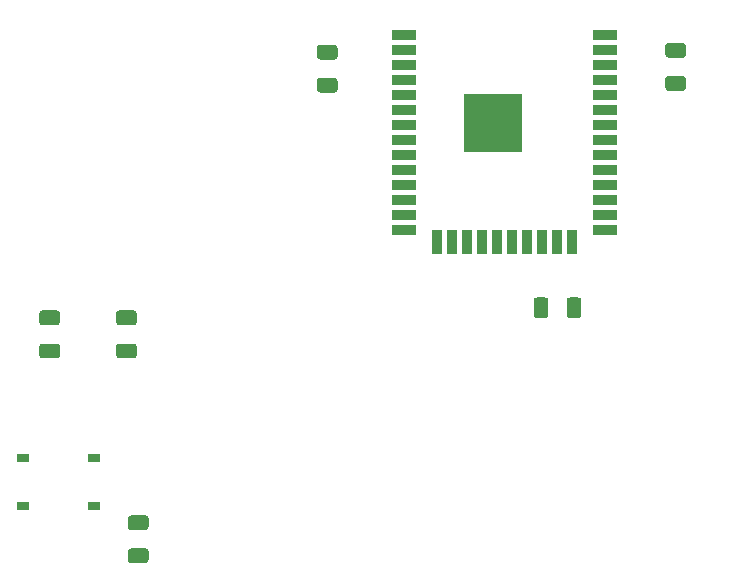
<source format=gbr>
G04 #@! TF.GenerationSoftware,KiCad,Pcbnew,(5.1.6)-1*
G04 #@! TF.CreationDate,2020-06-28T20:31:21-04:00*
G04 #@! TF.ProjectId,alarmbuddy,616c6172-6d62-4756-9464-792e6b696361,rev?*
G04 #@! TF.SameCoordinates,Original*
G04 #@! TF.FileFunction,Paste,Top*
G04 #@! TF.FilePolarity,Positive*
%FSLAX46Y46*%
G04 Gerber Fmt 4.6, Leading zero omitted, Abs format (unit mm)*
G04 Created by KiCad (PCBNEW (5.1.6)-1) date 2020-06-28 20:31:21*
%MOMM*%
%LPD*%
G01*
G04 APERTURE LIST*
%ADD10R,2.000000X0.900000*%
%ADD11R,0.900000X2.000000*%
%ADD12R,5.000000X5.000000*%
%ADD13R,1.000000X0.700000*%
G04 APERTURE END LIST*
G36*
G01*
X46375000Y-59275000D02*
X47625000Y-59275000D01*
G75*
G02*
X47875000Y-59525000I0J-250000D01*
G01*
X47875000Y-60275000D01*
G75*
G02*
X47625000Y-60525000I-250000J0D01*
G01*
X46375000Y-60525000D01*
G75*
G02*
X46125000Y-60275000I0J250000D01*
G01*
X46125000Y-59525000D01*
G75*
G02*
X46375000Y-59275000I250000J0D01*
G01*
G37*
G36*
G01*
X46375000Y-56475000D02*
X47625000Y-56475000D01*
G75*
G02*
X47875000Y-56725000I0J-250000D01*
G01*
X47875000Y-57475000D01*
G75*
G02*
X47625000Y-57725000I-250000J0D01*
G01*
X46375000Y-57725000D01*
G75*
G02*
X46125000Y-57475000I0J250000D01*
G01*
X46125000Y-56725000D01*
G75*
G02*
X46375000Y-56475000I250000J0D01*
G01*
G37*
G36*
G01*
X39875000Y-59275000D02*
X41125000Y-59275000D01*
G75*
G02*
X41375000Y-59525000I0J-250000D01*
G01*
X41375000Y-60275000D01*
G75*
G02*
X41125000Y-60525000I-250000J0D01*
G01*
X39875000Y-60525000D01*
G75*
G02*
X39625000Y-60275000I0J250000D01*
G01*
X39625000Y-59525000D01*
G75*
G02*
X39875000Y-59275000I250000J0D01*
G01*
G37*
G36*
G01*
X39875000Y-56475000D02*
X41125000Y-56475000D01*
G75*
G02*
X41375000Y-56725000I0J-250000D01*
G01*
X41375000Y-57475000D01*
G75*
G02*
X41125000Y-57725000I-250000J0D01*
G01*
X39875000Y-57725000D01*
G75*
G02*
X39625000Y-57475000I0J250000D01*
G01*
X39625000Y-56725000D01*
G75*
G02*
X39875000Y-56475000I250000J0D01*
G01*
G37*
G36*
G01*
X47375000Y-76625000D02*
X48625000Y-76625000D01*
G75*
G02*
X48875000Y-76875000I0J-250000D01*
G01*
X48875000Y-77625000D01*
G75*
G02*
X48625000Y-77875000I-250000J0D01*
G01*
X47375000Y-77875000D01*
G75*
G02*
X47125000Y-77625000I0J250000D01*
G01*
X47125000Y-76875000D01*
G75*
G02*
X47375000Y-76625000I250000J0D01*
G01*
G37*
G36*
G01*
X47375000Y-73825000D02*
X48625000Y-73825000D01*
G75*
G02*
X48875000Y-74075000I0J-250000D01*
G01*
X48875000Y-74825000D01*
G75*
G02*
X48625000Y-75075000I-250000J0D01*
G01*
X47375000Y-75075000D01*
G75*
G02*
X47125000Y-74825000I0J250000D01*
G01*
X47125000Y-74075000D01*
G75*
G02*
X47375000Y-73825000I250000J0D01*
G01*
G37*
G36*
G01*
X84275000Y-56875000D02*
X84275000Y-55625000D01*
G75*
G02*
X84525000Y-55375000I250000J0D01*
G01*
X85275000Y-55375000D01*
G75*
G02*
X85525000Y-55625000I0J-250000D01*
G01*
X85525000Y-56875000D01*
G75*
G02*
X85275000Y-57125000I-250000J0D01*
G01*
X84525000Y-57125000D01*
G75*
G02*
X84275000Y-56875000I0J250000D01*
G01*
G37*
G36*
G01*
X81475000Y-56875000D02*
X81475000Y-55625000D01*
G75*
G02*
X81725000Y-55375000I250000J0D01*
G01*
X82475000Y-55375000D01*
G75*
G02*
X82725000Y-55625000I0J-250000D01*
G01*
X82725000Y-56875000D01*
G75*
G02*
X82475000Y-57125000I-250000J0D01*
G01*
X81725000Y-57125000D01*
G75*
G02*
X81475000Y-56875000I0J250000D01*
G01*
G37*
D10*
X87500000Y-33140000D03*
X87500000Y-34410000D03*
X87500000Y-35680000D03*
X87500000Y-36950000D03*
X87500000Y-38220000D03*
X87500000Y-39490000D03*
X87500000Y-40760000D03*
X87500000Y-42030000D03*
X87500000Y-43300000D03*
X87500000Y-44570000D03*
X87500000Y-45840000D03*
X87500000Y-47110000D03*
X87500000Y-48380000D03*
X87500000Y-49650000D03*
D11*
X84715000Y-50650000D03*
X83445000Y-50650000D03*
X82175000Y-50650000D03*
X80905000Y-50650000D03*
X79635000Y-50650000D03*
X78365000Y-50650000D03*
X77095000Y-50650000D03*
X75825000Y-50650000D03*
X74555000Y-50650000D03*
X73285000Y-50650000D03*
D10*
X70500000Y-49650000D03*
X70500000Y-48380000D03*
X70500000Y-47110000D03*
X70500000Y-45840000D03*
X70500000Y-44570000D03*
X70500000Y-43300000D03*
X70500000Y-42030000D03*
X70500000Y-40760000D03*
X70500000Y-39490000D03*
X70500000Y-38220000D03*
X70500000Y-36950000D03*
X70500000Y-35680000D03*
X70500000Y-34410000D03*
X70500000Y-33140000D03*
D12*
X78000000Y-40640000D03*
G36*
G01*
X94125000Y-35075000D02*
X92875000Y-35075000D01*
G75*
G02*
X92625000Y-34825000I0J250000D01*
G01*
X92625000Y-34075000D01*
G75*
G02*
X92875000Y-33825000I250000J0D01*
G01*
X94125000Y-33825000D01*
G75*
G02*
X94375000Y-34075000I0J-250000D01*
G01*
X94375000Y-34825000D01*
G75*
G02*
X94125000Y-35075000I-250000J0D01*
G01*
G37*
G36*
G01*
X94125000Y-37875000D02*
X92875000Y-37875000D01*
G75*
G02*
X92625000Y-37625000I0J250000D01*
G01*
X92625000Y-36875000D01*
G75*
G02*
X92875000Y-36625000I250000J0D01*
G01*
X94125000Y-36625000D01*
G75*
G02*
X94375000Y-36875000I0J-250000D01*
G01*
X94375000Y-37625000D01*
G75*
G02*
X94125000Y-37875000I-250000J0D01*
G01*
G37*
D13*
X38275000Y-73000000D03*
X38275000Y-69000000D03*
X44225000Y-69000000D03*
X44225000Y-73000000D03*
G36*
G01*
X64625000Y-35225000D02*
X63375000Y-35225000D01*
G75*
G02*
X63125000Y-34975000I0J250000D01*
G01*
X63125000Y-34225000D01*
G75*
G02*
X63375000Y-33975000I250000J0D01*
G01*
X64625000Y-33975000D01*
G75*
G02*
X64875000Y-34225000I0J-250000D01*
G01*
X64875000Y-34975000D01*
G75*
G02*
X64625000Y-35225000I-250000J0D01*
G01*
G37*
G36*
G01*
X64625000Y-38025000D02*
X63375000Y-38025000D01*
G75*
G02*
X63125000Y-37775000I0J250000D01*
G01*
X63125000Y-37025000D01*
G75*
G02*
X63375000Y-36775000I250000J0D01*
G01*
X64625000Y-36775000D01*
G75*
G02*
X64875000Y-37025000I0J-250000D01*
G01*
X64875000Y-37775000D01*
G75*
G02*
X64625000Y-38025000I-250000J0D01*
G01*
G37*
M02*

</source>
